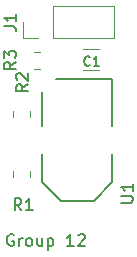
<source format=gbr>
%TF.GenerationSoftware,KiCad,Pcbnew,7.0.2-0*%
%TF.CreationDate,2023-09-22T15:46:33+12:00*%
%TF.ProjectId,TCRT5000 seperated,54435254-3530-4303-9020-736570657261,rev?*%
%TF.SameCoordinates,PX66b4f80PY68290a0*%
%TF.FileFunction,Legend,Top*%
%TF.FilePolarity,Positive*%
%FSLAX46Y46*%
G04 Gerber Fmt 4.6, Leading zero omitted, Abs format (unit mm)*
G04 Created by KiCad (PCBNEW 7.0.2-0) date 2023-09-22 15:46:33*
%MOMM*%
%LPD*%
G01*
G04 APERTURE LIST*
%ADD10C,0.150000*%
%ADD11C,0.120000*%
%ADD12C,0.127000*%
G04 APERTURE END LIST*
D10*
X1523904Y1836762D02*
X1428666Y1884381D01*
X1428666Y1884381D02*
X1285809Y1884381D01*
X1285809Y1884381D02*
X1142952Y1836762D01*
X1142952Y1836762D02*
X1047714Y1741524D01*
X1047714Y1741524D02*
X1000095Y1646286D01*
X1000095Y1646286D02*
X952476Y1455810D01*
X952476Y1455810D02*
X952476Y1312953D01*
X952476Y1312953D02*
X1000095Y1122477D01*
X1000095Y1122477D02*
X1047714Y1027239D01*
X1047714Y1027239D02*
X1142952Y932000D01*
X1142952Y932000D02*
X1285809Y884381D01*
X1285809Y884381D02*
X1381047Y884381D01*
X1381047Y884381D02*
X1523904Y932000D01*
X1523904Y932000D02*
X1571523Y979620D01*
X1571523Y979620D02*
X1571523Y1312953D01*
X1571523Y1312953D02*
X1381047Y1312953D01*
X2000095Y884381D02*
X2000095Y1551048D01*
X2000095Y1360572D02*
X2047714Y1455810D01*
X2047714Y1455810D02*
X2095333Y1503429D01*
X2095333Y1503429D02*
X2190571Y1551048D01*
X2190571Y1551048D02*
X2285809Y1551048D01*
X2762000Y884381D02*
X2666762Y932000D01*
X2666762Y932000D02*
X2619143Y979620D01*
X2619143Y979620D02*
X2571524Y1074858D01*
X2571524Y1074858D02*
X2571524Y1360572D01*
X2571524Y1360572D02*
X2619143Y1455810D01*
X2619143Y1455810D02*
X2666762Y1503429D01*
X2666762Y1503429D02*
X2762000Y1551048D01*
X2762000Y1551048D02*
X2904857Y1551048D01*
X2904857Y1551048D02*
X3000095Y1503429D01*
X3000095Y1503429D02*
X3047714Y1455810D01*
X3047714Y1455810D02*
X3095333Y1360572D01*
X3095333Y1360572D02*
X3095333Y1074858D01*
X3095333Y1074858D02*
X3047714Y979620D01*
X3047714Y979620D02*
X3000095Y932000D01*
X3000095Y932000D02*
X2904857Y884381D01*
X2904857Y884381D02*
X2762000Y884381D01*
X3952476Y1551048D02*
X3952476Y884381D01*
X3523905Y1551048D02*
X3523905Y1027239D01*
X3523905Y1027239D02*
X3571524Y932000D01*
X3571524Y932000D02*
X3666762Y884381D01*
X3666762Y884381D02*
X3809619Y884381D01*
X3809619Y884381D02*
X3904857Y932000D01*
X3904857Y932000D02*
X3952476Y979620D01*
X4428667Y1551048D02*
X4428667Y551048D01*
X4428667Y1503429D02*
X4523905Y1551048D01*
X4523905Y1551048D02*
X4714381Y1551048D01*
X4714381Y1551048D02*
X4809619Y1503429D01*
X4809619Y1503429D02*
X4857238Y1455810D01*
X4857238Y1455810D02*
X4904857Y1360572D01*
X4904857Y1360572D02*
X4904857Y1074858D01*
X4904857Y1074858D02*
X4857238Y979620D01*
X4857238Y979620D02*
X4809619Y932000D01*
X4809619Y932000D02*
X4714381Y884381D01*
X4714381Y884381D02*
X4523905Y884381D01*
X4523905Y884381D02*
X4428667Y932000D01*
X6619143Y884381D02*
X6047715Y884381D01*
X6333429Y884381D02*
X6333429Y1884381D01*
X6333429Y1884381D02*
X6238191Y1741524D01*
X6238191Y1741524D02*
X6142953Y1646286D01*
X6142953Y1646286D02*
X6047715Y1598667D01*
X7000096Y1789143D02*
X7047715Y1836762D01*
X7047715Y1836762D02*
X7142953Y1884381D01*
X7142953Y1884381D02*
X7381048Y1884381D01*
X7381048Y1884381D02*
X7476286Y1836762D01*
X7476286Y1836762D02*
X7523905Y1789143D01*
X7523905Y1789143D02*
X7571524Y1693905D01*
X7571524Y1693905D02*
X7571524Y1598667D01*
X7571524Y1598667D02*
X7523905Y1455810D01*
X7523905Y1455810D02*
X6952477Y884381D01*
X6952477Y884381D02*
X7571524Y884381D01*
%TO.C,C1*%
X7994667Y16216096D02*
X7956571Y16178000D01*
X7956571Y16178000D02*
X7842286Y16139905D01*
X7842286Y16139905D02*
X7766095Y16139905D01*
X7766095Y16139905D02*
X7651809Y16178000D01*
X7651809Y16178000D02*
X7575619Y16254191D01*
X7575619Y16254191D02*
X7537524Y16330381D01*
X7537524Y16330381D02*
X7499428Y16482762D01*
X7499428Y16482762D02*
X7499428Y16597048D01*
X7499428Y16597048D02*
X7537524Y16749429D01*
X7537524Y16749429D02*
X7575619Y16825620D01*
X7575619Y16825620D02*
X7651809Y16901810D01*
X7651809Y16901810D02*
X7766095Y16939905D01*
X7766095Y16939905D02*
X7842286Y16939905D01*
X7842286Y16939905D02*
X7956571Y16901810D01*
X7956571Y16901810D02*
X7994667Y16863715D01*
X8756571Y16139905D02*
X8299428Y16139905D01*
X8528000Y16139905D02*
X8528000Y16939905D01*
X8528000Y16939905D02*
X8451809Y16825620D01*
X8451809Y16825620D02*
X8375619Y16749429D01*
X8375619Y16749429D02*
X8299428Y16711334D01*
%TO.C,R2*%
X2748619Y14565334D02*
X2272428Y14232001D01*
X2748619Y13993906D02*
X1748619Y13993906D01*
X1748619Y13993906D02*
X1748619Y14374858D01*
X1748619Y14374858D02*
X1796238Y14470096D01*
X1796238Y14470096D02*
X1843857Y14517715D01*
X1843857Y14517715D02*
X1939095Y14565334D01*
X1939095Y14565334D02*
X2081952Y14565334D01*
X2081952Y14565334D02*
X2177190Y14517715D01*
X2177190Y14517715D02*
X2224809Y14470096D01*
X2224809Y14470096D02*
X2272428Y14374858D01*
X2272428Y14374858D02*
X2272428Y13993906D01*
X1843857Y14946287D02*
X1796238Y14993906D01*
X1796238Y14993906D02*
X1748619Y15089144D01*
X1748619Y15089144D02*
X1748619Y15327239D01*
X1748619Y15327239D02*
X1796238Y15422477D01*
X1796238Y15422477D02*
X1843857Y15470096D01*
X1843857Y15470096D02*
X1939095Y15517715D01*
X1939095Y15517715D02*
X2034333Y15517715D01*
X2034333Y15517715D02*
X2177190Y15470096D01*
X2177190Y15470096D02*
X2748619Y14898668D01*
X2748619Y14898668D02*
X2748619Y15517715D01*
%TO.C,J1*%
X732619Y19509967D02*
X1446904Y19509967D01*
X1446904Y19509967D02*
X1589761Y19462348D01*
X1589761Y19462348D02*
X1685000Y19367110D01*
X1685000Y19367110D02*
X1732619Y19224253D01*
X1732619Y19224253D02*
X1732619Y19129015D01*
X1732619Y20509967D02*
X1732619Y19938539D01*
X1732619Y20224253D02*
X732619Y20224253D01*
X732619Y20224253D02*
X875476Y20129015D01*
X875476Y20129015D02*
X970714Y20033777D01*
X970714Y20033777D02*
X1018333Y19938539D01*
%TO.C,R3*%
X1732619Y16470334D02*
X1256428Y16137001D01*
X1732619Y15898906D02*
X732619Y15898906D01*
X732619Y15898906D02*
X732619Y16279858D01*
X732619Y16279858D02*
X780238Y16375096D01*
X780238Y16375096D02*
X827857Y16422715D01*
X827857Y16422715D02*
X923095Y16470334D01*
X923095Y16470334D02*
X1065952Y16470334D01*
X1065952Y16470334D02*
X1161190Y16422715D01*
X1161190Y16422715D02*
X1208809Y16375096D01*
X1208809Y16375096D02*
X1256428Y16279858D01*
X1256428Y16279858D02*
X1256428Y15898906D01*
X732619Y16803668D02*
X732619Y17422715D01*
X732619Y17422715D02*
X1113571Y17089382D01*
X1113571Y17089382D02*
X1113571Y17232239D01*
X1113571Y17232239D02*
X1161190Y17327477D01*
X1161190Y17327477D02*
X1208809Y17375096D01*
X1208809Y17375096D02*
X1304047Y17422715D01*
X1304047Y17422715D02*
X1542142Y17422715D01*
X1542142Y17422715D02*
X1637380Y17375096D01*
X1637380Y17375096D02*
X1685000Y17327477D01*
X1685000Y17327477D02*
X1732619Y17232239D01*
X1732619Y17232239D02*
X1732619Y16946525D01*
X1732619Y16946525D02*
X1685000Y16851287D01*
X1685000Y16851287D02*
X1637380Y16803668D01*
%TO.C,R1*%
X2182833Y3918881D02*
X1849500Y4395072D01*
X1611405Y3918881D02*
X1611405Y4918881D01*
X1611405Y4918881D02*
X1992357Y4918881D01*
X1992357Y4918881D02*
X2087595Y4871262D01*
X2087595Y4871262D02*
X2135214Y4823643D01*
X2135214Y4823643D02*
X2182833Y4728405D01*
X2182833Y4728405D02*
X2182833Y4585548D01*
X2182833Y4585548D02*
X2135214Y4490310D01*
X2135214Y4490310D02*
X2087595Y4442691D01*
X2087595Y4442691D02*
X1992357Y4395072D01*
X1992357Y4395072D02*
X1611405Y4395072D01*
X3135214Y3918881D02*
X2563786Y3918881D01*
X2849500Y3918881D02*
X2849500Y4918881D01*
X2849500Y4918881D02*
X2754262Y4776024D01*
X2754262Y4776024D02*
X2659024Y4680786D01*
X2659024Y4680786D02*
X2563786Y4633167D01*
%TO.C,U1*%
X10636402Y4568952D02*
X11449266Y4568952D01*
X11449266Y4568952D02*
X11544897Y4616768D01*
X11544897Y4616768D02*
X11592713Y4664583D01*
X11592713Y4664583D02*
X11640528Y4760214D01*
X11640528Y4760214D02*
X11640528Y4951476D01*
X11640528Y4951476D02*
X11592713Y5047107D01*
X11592713Y5047107D02*
X11544897Y5094923D01*
X11544897Y5094923D02*
X11449266Y5142738D01*
X11449266Y5142738D02*
X10636402Y5142738D01*
X11640528Y6146865D02*
X11640528Y5573079D01*
X11640528Y5859972D02*
X10636402Y5859972D01*
X10636402Y5859972D02*
X10779849Y5764341D01*
X10779849Y5764341D02*
X10875480Y5668710D01*
X10875480Y5668710D02*
X10923295Y5573079D01*
D11*
%TO.C,C1*%
X7367748Y17597800D02*
X8790252Y17597800D01*
X7367748Y15777800D02*
X8790252Y15777800D01*
%TO.C,R2*%
X2958500Y12299864D02*
X2958500Y11845736D01*
X1488500Y12299864D02*
X1488500Y11845736D01*
%TO.C,J1*%
X2290500Y18513300D02*
X2290500Y19843300D01*
X3620500Y18513300D02*
X2290500Y18513300D01*
X4890500Y18513300D02*
X10030500Y18513300D01*
X4890500Y18513300D02*
X4890500Y21173300D01*
X10030500Y18513300D02*
X10030500Y21173300D01*
X4890500Y21173300D02*
X10030500Y21173300D01*
%TO.C,R3*%
X3730364Y15851200D02*
X3276236Y15851200D01*
X3730364Y17321200D02*
X3276236Y17321200D01*
%TO.C,R1*%
X1488500Y6765736D02*
X1488500Y7219864D01*
X2958500Y6765736D02*
X2958500Y7219864D01*
D12*
%TO.C,U1*%
X9871500Y15036500D02*
X9871500Y11056500D01*
X5121500Y15036500D02*
X9871500Y15036500D01*
X3971500Y13886500D02*
X3971500Y11056500D01*
X3971500Y8716500D02*
X3971500Y6286500D01*
X9871500Y6286500D02*
X9871500Y8716500D01*
X9871500Y6286500D02*
X8321500Y4736500D01*
X3971500Y6286500D02*
X5521500Y4736500D01*
X5521500Y4736500D02*
X8321500Y4736500D01*
%TD*%
M02*

</source>
